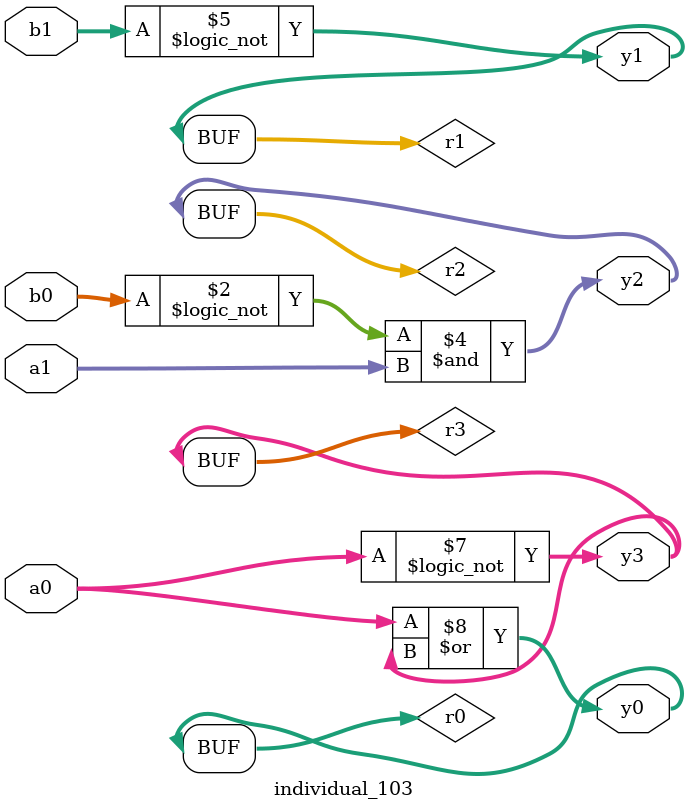
<source format=sv>
module individual_103(input logic [15:0] a1, input logic [15:0] a0, input logic [15:0] b1, input logic [15:0] b0, output logic [15:0] y3, output logic [15:0] y2, output logic [15:0] y1, output logic [15:0] y0);
logic [15:0] r0, r1, r2, r3; 
 always@(*) begin 
	 r0 = a0; r1 = a1; r2 = b0; r3 = b1; 
 	 r2 = ! r2 ;
 	 r3  ^=  b1 ;
 	 r2  &=  a1 ;
 	 r1 = ! b1 ;
 	 r3  ^=  r3 ;
 	 r3 = ! a0 ;
 	 r0  |=  r3 ;
 	 y3 = r3; y2 = r2; y1 = r1; y0 = r0; 
end
endmodule
</source>
